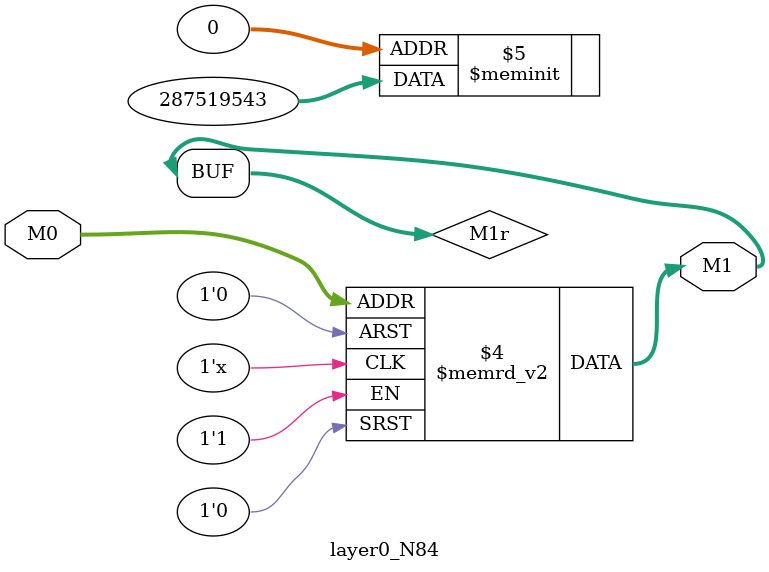
<source format=v>
module layer0_N84 ( input [3:0] M0, output [1:0] M1 );

	(*rom_style = "distributed" *) reg [1:0] M1r;
	assign M1 = M1r;
	always @ (M0) begin
		case (M0)
			4'b0000: M1r = 2'b11;
			4'b1000: M1r = 2'b11;
			4'b0100: M1r = 2'b11;
			4'b1100: M1r = 2'b01;
			4'b0010: M1r = 2'b11;
			4'b1010: M1r = 2'b10;
			4'b0110: M1r = 2'b11;
			4'b1110: M1r = 2'b01;
			4'b0001: M1r = 2'b01;
			4'b1001: M1r = 2'b00;
			4'b0101: M1r = 2'b00;
			4'b1101: M1r = 2'b00;
			4'b0011: M1r = 2'b00;
			4'b1011: M1r = 2'b00;
			4'b0111: M1r = 2'b00;
			4'b1111: M1r = 2'b00;

		endcase
	end
endmodule

</source>
